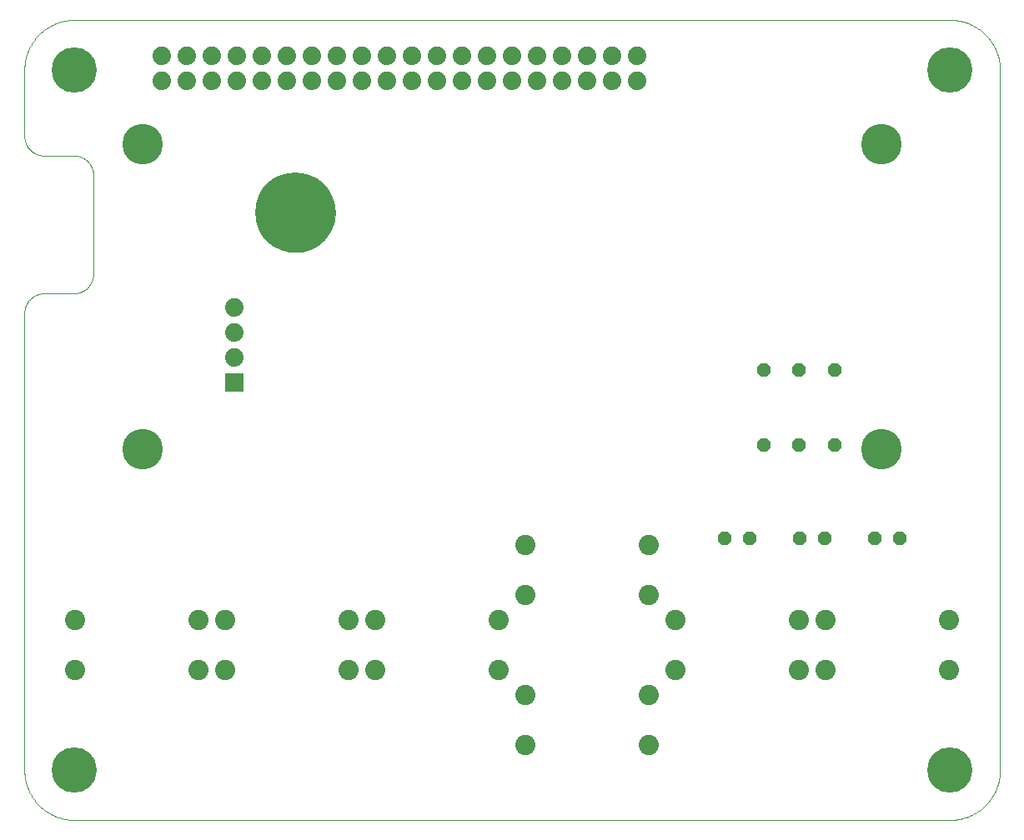
<source format=gts>
G75*
%MOIN*%
%OFA0B0*%
%FSLAX25Y25*%
%IPPOS*%
%LPD*%
%AMOC8*
5,1,8,0,0,1.08239X$1,22.5*
%
%ADD10C,0.00000*%
%ADD11C,0.16211*%
%ADD12C,0.31896*%
%ADD13C,0.08077*%
%ADD14C,0.18117*%
%ADD15OC8,0.05600*%
%ADD16R,0.07400X0.07400*%
%ADD17C,0.07400*%
D10*
X0063342Y0020985D02*
X0063342Y0204056D01*
X0063344Y0204246D01*
X0063351Y0204436D01*
X0063363Y0204626D01*
X0063379Y0204816D01*
X0063399Y0205005D01*
X0063425Y0205194D01*
X0063454Y0205382D01*
X0063489Y0205569D01*
X0063528Y0205755D01*
X0063571Y0205940D01*
X0063619Y0206125D01*
X0063671Y0206308D01*
X0063727Y0206489D01*
X0063788Y0206669D01*
X0063854Y0206848D01*
X0063923Y0207025D01*
X0063997Y0207201D01*
X0064075Y0207374D01*
X0064158Y0207546D01*
X0064244Y0207715D01*
X0064334Y0207883D01*
X0064429Y0208048D01*
X0064527Y0208211D01*
X0064630Y0208371D01*
X0064736Y0208529D01*
X0064846Y0208684D01*
X0064959Y0208837D01*
X0065077Y0208987D01*
X0065198Y0209133D01*
X0065322Y0209277D01*
X0065450Y0209418D01*
X0065581Y0209556D01*
X0065716Y0209691D01*
X0065854Y0209822D01*
X0065995Y0209950D01*
X0066139Y0210074D01*
X0066285Y0210195D01*
X0066435Y0210313D01*
X0066588Y0210426D01*
X0066743Y0210536D01*
X0066901Y0210642D01*
X0067061Y0210745D01*
X0067224Y0210843D01*
X0067389Y0210938D01*
X0067557Y0211028D01*
X0067726Y0211114D01*
X0067898Y0211197D01*
X0068071Y0211275D01*
X0068247Y0211349D01*
X0068424Y0211418D01*
X0068603Y0211484D01*
X0068783Y0211545D01*
X0068964Y0211601D01*
X0069147Y0211653D01*
X0069332Y0211701D01*
X0069517Y0211744D01*
X0069703Y0211783D01*
X0069890Y0211818D01*
X0070078Y0211847D01*
X0070267Y0211873D01*
X0070456Y0211893D01*
X0070646Y0211909D01*
X0070836Y0211921D01*
X0071026Y0211928D01*
X0071216Y0211930D01*
X0083027Y0211930D01*
X0083217Y0211932D01*
X0083407Y0211939D01*
X0083597Y0211951D01*
X0083787Y0211967D01*
X0083976Y0211987D01*
X0084165Y0212013D01*
X0084353Y0212042D01*
X0084540Y0212077D01*
X0084726Y0212116D01*
X0084911Y0212159D01*
X0085096Y0212207D01*
X0085279Y0212259D01*
X0085460Y0212315D01*
X0085640Y0212376D01*
X0085819Y0212442D01*
X0085996Y0212511D01*
X0086172Y0212585D01*
X0086345Y0212663D01*
X0086517Y0212746D01*
X0086686Y0212832D01*
X0086854Y0212922D01*
X0087019Y0213017D01*
X0087182Y0213115D01*
X0087342Y0213218D01*
X0087500Y0213324D01*
X0087655Y0213434D01*
X0087808Y0213547D01*
X0087958Y0213665D01*
X0088104Y0213786D01*
X0088248Y0213910D01*
X0088389Y0214038D01*
X0088527Y0214169D01*
X0088662Y0214304D01*
X0088793Y0214442D01*
X0088921Y0214583D01*
X0089045Y0214727D01*
X0089166Y0214873D01*
X0089284Y0215023D01*
X0089397Y0215176D01*
X0089507Y0215331D01*
X0089613Y0215489D01*
X0089716Y0215649D01*
X0089814Y0215812D01*
X0089909Y0215977D01*
X0089999Y0216145D01*
X0090085Y0216314D01*
X0090168Y0216486D01*
X0090246Y0216659D01*
X0090320Y0216835D01*
X0090389Y0217012D01*
X0090455Y0217191D01*
X0090516Y0217371D01*
X0090572Y0217552D01*
X0090624Y0217735D01*
X0090672Y0217920D01*
X0090715Y0218105D01*
X0090754Y0218291D01*
X0090789Y0218478D01*
X0090818Y0218666D01*
X0090844Y0218855D01*
X0090864Y0219044D01*
X0090880Y0219234D01*
X0090892Y0219424D01*
X0090899Y0219614D01*
X0090901Y0219804D01*
X0090901Y0259174D01*
X0090899Y0259364D01*
X0090892Y0259554D01*
X0090880Y0259744D01*
X0090864Y0259934D01*
X0090844Y0260123D01*
X0090818Y0260312D01*
X0090789Y0260500D01*
X0090754Y0260687D01*
X0090715Y0260873D01*
X0090672Y0261058D01*
X0090624Y0261243D01*
X0090572Y0261426D01*
X0090516Y0261607D01*
X0090455Y0261787D01*
X0090389Y0261966D01*
X0090320Y0262143D01*
X0090246Y0262319D01*
X0090168Y0262492D01*
X0090085Y0262664D01*
X0089999Y0262833D01*
X0089909Y0263001D01*
X0089814Y0263166D01*
X0089716Y0263329D01*
X0089613Y0263489D01*
X0089507Y0263647D01*
X0089397Y0263802D01*
X0089284Y0263955D01*
X0089166Y0264105D01*
X0089045Y0264251D01*
X0088921Y0264395D01*
X0088793Y0264536D01*
X0088662Y0264674D01*
X0088527Y0264809D01*
X0088389Y0264940D01*
X0088248Y0265068D01*
X0088104Y0265192D01*
X0087958Y0265313D01*
X0087808Y0265431D01*
X0087655Y0265544D01*
X0087500Y0265654D01*
X0087342Y0265760D01*
X0087182Y0265863D01*
X0087019Y0265961D01*
X0086854Y0266056D01*
X0086686Y0266146D01*
X0086517Y0266232D01*
X0086345Y0266315D01*
X0086172Y0266393D01*
X0085996Y0266467D01*
X0085819Y0266536D01*
X0085640Y0266602D01*
X0085460Y0266663D01*
X0085279Y0266719D01*
X0085096Y0266771D01*
X0084911Y0266819D01*
X0084726Y0266862D01*
X0084540Y0266901D01*
X0084353Y0266936D01*
X0084165Y0266965D01*
X0083976Y0266991D01*
X0083787Y0267011D01*
X0083597Y0267027D01*
X0083407Y0267039D01*
X0083217Y0267046D01*
X0083027Y0267048D01*
X0071216Y0267048D01*
X0071026Y0267050D01*
X0070836Y0267057D01*
X0070646Y0267069D01*
X0070456Y0267085D01*
X0070267Y0267105D01*
X0070078Y0267131D01*
X0069890Y0267160D01*
X0069703Y0267195D01*
X0069517Y0267234D01*
X0069332Y0267277D01*
X0069147Y0267325D01*
X0068964Y0267377D01*
X0068783Y0267433D01*
X0068603Y0267494D01*
X0068424Y0267560D01*
X0068247Y0267629D01*
X0068071Y0267703D01*
X0067898Y0267781D01*
X0067726Y0267864D01*
X0067557Y0267950D01*
X0067389Y0268040D01*
X0067224Y0268135D01*
X0067061Y0268233D01*
X0066901Y0268336D01*
X0066743Y0268442D01*
X0066588Y0268552D01*
X0066435Y0268665D01*
X0066285Y0268783D01*
X0066139Y0268904D01*
X0065995Y0269028D01*
X0065854Y0269156D01*
X0065716Y0269287D01*
X0065581Y0269422D01*
X0065450Y0269560D01*
X0065322Y0269701D01*
X0065198Y0269845D01*
X0065077Y0269991D01*
X0064959Y0270141D01*
X0064846Y0270294D01*
X0064736Y0270449D01*
X0064630Y0270607D01*
X0064527Y0270767D01*
X0064429Y0270930D01*
X0064334Y0271095D01*
X0064244Y0271263D01*
X0064158Y0271432D01*
X0064075Y0271604D01*
X0063997Y0271777D01*
X0063923Y0271953D01*
X0063854Y0272130D01*
X0063788Y0272309D01*
X0063727Y0272489D01*
X0063671Y0272670D01*
X0063619Y0272853D01*
X0063571Y0273038D01*
X0063528Y0273223D01*
X0063489Y0273409D01*
X0063454Y0273596D01*
X0063425Y0273784D01*
X0063399Y0273973D01*
X0063379Y0274162D01*
X0063363Y0274352D01*
X0063351Y0274542D01*
X0063344Y0274732D01*
X0063342Y0274922D01*
X0063342Y0301300D01*
X0063348Y0301783D01*
X0063365Y0302266D01*
X0063395Y0302749D01*
X0063435Y0303230D01*
X0063488Y0303711D01*
X0063552Y0304190D01*
X0063627Y0304667D01*
X0063715Y0305143D01*
X0063813Y0305616D01*
X0063923Y0306086D01*
X0064044Y0306554D01*
X0064177Y0307019D01*
X0064321Y0307480D01*
X0064476Y0307938D01*
X0064642Y0308392D01*
X0064819Y0308842D01*
X0065006Y0309287D01*
X0065205Y0309728D01*
X0065413Y0310164D01*
X0065633Y0310594D01*
X0065863Y0311020D01*
X0066103Y0311439D01*
X0066353Y0311853D01*
X0066613Y0312260D01*
X0066882Y0312661D01*
X0067162Y0313056D01*
X0067450Y0313443D01*
X0067749Y0313824D01*
X0068056Y0314197D01*
X0068372Y0314562D01*
X0068697Y0314920D01*
X0069030Y0315270D01*
X0069372Y0315612D01*
X0069722Y0315945D01*
X0070080Y0316270D01*
X0070445Y0316586D01*
X0070818Y0316893D01*
X0071199Y0317192D01*
X0071586Y0317480D01*
X0071981Y0317760D01*
X0072382Y0318029D01*
X0072789Y0318289D01*
X0073203Y0318539D01*
X0073622Y0318779D01*
X0074048Y0319009D01*
X0074478Y0319229D01*
X0074914Y0319437D01*
X0075355Y0319636D01*
X0075800Y0319823D01*
X0076250Y0320000D01*
X0076704Y0320166D01*
X0077162Y0320321D01*
X0077623Y0320465D01*
X0078088Y0320598D01*
X0078556Y0320719D01*
X0079026Y0320829D01*
X0079499Y0320927D01*
X0079975Y0321015D01*
X0080452Y0321090D01*
X0080931Y0321154D01*
X0081412Y0321207D01*
X0081893Y0321247D01*
X0082376Y0321277D01*
X0082859Y0321294D01*
X0083342Y0321300D01*
X0433342Y0321300D01*
X0433825Y0321294D01*
X0434308Y0321277D01*
X0434791Y0321247D01*
X0435272Y0321207D01*
X0435753Y0321154D01*
X0436232Y0321090D01*
X0436709Y0321015D01*
X0437185Y0320927D01*
X0437658Y0320829D01*
X0438128Y0320719D01*
X0438596Y0320598D01*
X0439061Y0320465D01*
X0439522Y0320321D01*
X0439980Y0320166D01*
X0440434Y0320000D01*
X0440884Y0319823D01*
X0441329Y0319636D01*
X0441770Y0319437D01*
X0442206Y0319229D01*
X0442636Y0319009D01*
X0443062Y0318779D01*
X0443481Y0318539D01*
X0443895Y0318289D01*
X0444302Y0318029D01*
X0444703Y0317760D01*
X0445098Y0317480D01*
X0445485Y0317192D01*
X0445866Y0316893D01*
X0446239Y0316586D01*
X0446604Y0316270D01*
X0446962Y0315945D01*
X0447312Y0315612D01*
X0447654Y0315270D01*
X0447987Y0314920D01*
X0448312Y0314562D01*
X0448628Y0314197D01*
X0448935Y0313824D01*
X0449234Y0313443D01*
X0449522Y0313056D01*
X0449802Y0312661D01*
X0450071Y0312260D01*
X0450331Y0311853D01*
X0450581Y0311439D01*
X0450821Y0311020D01*
X0451051Y0310594D01*
X0451271Y0310164D01*
X0451479Y0309728D01*
X0451678Y0309287D01*
X0451865Y0308842D01*
X0452042Y0308392D01*
X0452208Y0307938D01*
X0452363Y0307480D01*
X0452507Y0307019D01*
X0452640Y0306554D01*
X0452761Y0306086D01*
X0452871Y0305616D01*
X0452969Y0305143D01*
X0453057Y0304667D01*
X0453132Y0304190D01*
X0453196Y0303711D01*
X0453249Y0303230D01*
X0453289Y0302749D01*
X0453319Y0302266D01*
X0453336Y0301783D01*
X0453342Y0301300D01*
X0453342Y0021300D01*
X0453336Y0020817D01*
X0453319Y0020334D01*
X0453289Y0019851D01*
X0453249Y0019370D01*
X0453196Y0018889D01*
X0453132Y0018410D01*
X0453057Y0017933D01*
X0452969Y0017457D01*
X0452871Y0016984D01*
X0452761Y0016514D01*
X0452640Y0016046D01*
X0452507Y0015581D01*
X0452363Y0015120D01*
X0452208Y0014662D01*
X0452042Y0014208D01*
X0451865Y0013758D01*
X0451678Y0013313D01*
X0451479Y0012872D01*
X0451271Y0012436D01*
X0451051Y0012006D01*
X0450821Y0011580D01*
X0450581Y0011161D01*
X0450331Y0010747D01*
X0450071Y0010340D01*
X0449802Y0009939D01*
X0449522Y0009544D01*
X0449234Y0009157D01*
X0448935Y0008776D01*
X0448628Y0008403D01*
X0448312Y0008038D01*
X0447987Y0007680D01*
X0447654Y0007330D01*
X0447312Y0006988D01*
X0446962Y0006655D01*
X0446604Y0006330D01*
X0446239Y0006014D01*
X0445866Y0005707D01*
X0445485Y0005408D01*
X0445098Y0005120D01*
X0444703Y0004840D01*
X0444302Y0004571D01*
X0443895Y0004311D01*
X0443481Y0004061D01*
X0443062Y0003821D01*
X0442636Y0003591D01*
X0442206Y0003371D01*
X0441770Y0003163D01*
X0441329Y0002964D01*
X0440884Y0002777D01*
X0440434Y0002600D01*
X0439980Y0002434D01*
X0439522Y0002279D01*
X0439061Y0002135D01*
X0438596Y0002002D01*
X0438128Y0001881D01*
X0437658Y0001771D01*
X0437185Y0001673D01*
X0436709Y0001585D01*
X0436232Y0001510D01*
X0435753Y0001446D01*
X0435272Y0001393D01*
X0434791Y0001353D01*
X0434308Y0001323D01*
X0433825Y0001306D01*
X0433342Y0001300D01*
X0083342Y0001300D01*
X0082859Y0001306D01*
X0082376Y0001323D01*
X0081893Y0001353D01*
X0081412Y0001393D01*
X0080931Y0001446D01*
X0080452Y0001510D01*
X0079975Y0001585D01*
X0079499Y0001673D01*
X0079026Y0001771D01*
X0078556Y0001881D01*
X0078088Y0002002D01*
X0077623Y0002135D01*
X0077162Y0002279D01*
X0076704Y0002434D01*
X0076250Y0002600D01*
X0075800Y0002777D01*
X0075355Y0002964D01*
X0074914Y0003163D01*
X0074478Y0003371D01*
X0074048Y0003591D01*
X0073622Y0003821D01*
X0073203Y0004061D01*
X0072789Y0004311D01*
X0072382Y0004571D01*
X0071981Y0004840D01*
X0071586Y0005120D01*
X0071199Y0005408D01*
X0070818Y0005707D01*
X0070445Y0006014D01*
X0070080Y0006330D01*
X0069722Y0006655D01*
X0069372Y0006988D01*
X0069030Y0007330D01*
X0068697Y0007680D01*
X0068372Y0008038D01*
X0068056Y0008403D01*
X0067749Y0008776D01*
X0067450Y0009157D01*
X0067162Y0009544D01*
X0066882Y0009939D01*
X0066613Y0010340D01*
X0066353Y0010747D01*
X0066103Y0011161D01*
X0065863Y0011580D01*
X0065633Y0012006D01*
X0065413Y0012436D01*
X0065205Y0012872D01*
X0065006Y0013313D01*
X0064819Y0013758D01*
X0064642Y0014208D01*
X0064476Y0014662D01*
X0064321Y0015120D01*
X0064177Y0015581D01*
X0064044Y0016046D01*
X0063923Y0016514D01*
X0063813Y0016984D01*
X0063715Y0017457D01*
X0063627Y0017933D01*
X0063552Y0018410D01*
X0063488Y0018889D01*
X0063435Y0019370D01*
X0063395Y0019851D01*
X0063365Y0020334D01*
X0063348Y0020817D01*
X0063342Y0021300D01*
X0155980Y0244233D02*
X0155985Y0244619D01*
X0155999Y0245006D01*
X0156023Y0245391D01*
X0156056Y0245777D01*
X0156098Y0246161D01*
X0156150Y0246544D01*
X0156212Y0246925D01*
X0156283Y0247305D01*
X0156363Y0247683D01*
X0156452Y0248059D01*
X0156550Y0248433D01*
X0156658Y0248804D01*
X0156775Y0249173D01*
X0156901Y0249538D01*
X0157035Y0249901D01*
X0157179Y0250259D01*
X0157331Y0250615D01*
X0157492Y0250966D01*
X0157662Y0251313D01*
X0157840Y0251657D01*
X0158026Y0251995D01*
X0158220Y0252329D01*
X0158423Y0252658D01*
X0158634Y0252982D01*
X0158853Y0253301D01*
X0159079Y0253614D01*
X0159313Y0253922D01*
X0159555Y0254223D01*
X0159803Y0254519D01*
X0160060Y0254809D01*
X0160323Y0255092D01*
X0160592Y0255369D01*
X0160869Y0255638D01*
X0161152Y0255901D01*
X0161442Y0256158D01*
X0161738Y0256406D01*
X0162039Y0256648D01*
X0162347Y0256882D01*
X0162660Y0257108D01*
X0162979Y0257327D01*
X0163303Y0257538D01*
X0163632Y0257741D01*
X0163966Y0257935D01*
X0164304Y0258121D01*
X0164648Y0258299D01*
X0164995Y0258469D01*
X0165346Y0258630D01*
X0165702Y0258782D01*
X0166060Y0258926D01*
X0166423Y0259060D01*
X0166788Y0259186D01*
X0167157Y0259303D01*
X0167528Y0259411D01*
X0167902Y0259509D01*
X0168278Y0259598D01*
X0168656Y0259678D01*
X0169036Y0259749D01*
X0169417Y0259811D01*
X0169800Y0259863D01*
X0170184Y0259905D01*
X0170570Y0259938D01*
X0170955Y0259962D01*
X0171342Y0259976D01*
X0171728Y0259981D01*
X0172114Y0259976D01*
X0172501Y0259962D01*
X0172886Y0259938D01*
X0173272Y0259905D01*
X0173656Y0259863D01*
X0174039Y0259811D01*
X0174420Y0259749D01*
X0174800Y0259678D01*
X0175178Y0259598D01*
X0175554Y0259509D01*
X0175928Y0259411D01*
X0176299Y0259303D01*
X0176668Y0259186D01*
X0177033Y0259060D01*
X0177396Y0258926D01*
X0177754Y0258782D01*
X0178110Y0258630D01*
X0178461Y0258469D01*
X0178808Y0258299D01*
X0179152Y0258121D01*
X0179490Y0257935D01*
X0179824Y0257741D01*
X0180153Y0257538D01*
X0180477Y0257327D01*
X0180796Y0257108D01*
X0181109Y0256882D01*
X0181417Y0256648D01*
X0181718Y0256406D01*
X0182014Y0256158D01*
X0182304Y0255901D01*
X0182587Y0255638D01*
X0182864Y0255369D01*
X0183133Y0255092D01*
X0183396Y0254809D01*
X0183653Y0254519D01*
X0183901Y0254223D01*
X0184143Y0253922D01*
X0184377Y0253614D01*
X0184603Y0253301D01*
X0184822Y0252982D01*
X0185033Y0252658D01*
X0185236Y0252329D01*
X0185430Y0251995D01*
X0185616Y0251657D01*
X0185794Y0251313D01*
X0185964Y0250966D01*
X0186125Y0250615D01*
X0186277Y0250259D01*
X0186421Y0249901D01*
X0186555Y0249538D01*
X0186681Y0249173D01*
X0186798Y0248804D01*
X0186906Y0248433D01*
X0187004Y0248059D01*
X0187093Y0247683D01*
X0187173Y0247305D01*
X0187244Y0246925D01*
X0187306Y0246544D01*
X0187358Y0246161D01*
X0187400Y0245777D01*
X0187433Y0245391D01*
X0187457Y0245006D01*
X0187471Y0244619D01*
X0187476Y0244233D01*
X0187471Y0243847D01*
X0187457Y0243460D01*
X0187433Y0243075D01*
X0187400Y0242689D01*
X0187358Y0242305D01*
X0187306Y0241922D01*
X0187244Y0241541D01*
X0187173Y0241161D01*
X0187093Y0240783D01*
X0187004Y0240407D01*
X0186906Y0240033D01*
X0186798Y0239662D01*
X0186681Y0239293D01*
X0186555Y0238928D01*
X0186421Y0238565D01*
X0186277Y0238207D01*
X0186125Y0237851D01*
X0185964Y0237500D01*
X0185794Y0237153D01*
X0185616Y0236809D01*
X0185430Y0236471D01*
X0185236Y0236137D01*
X0185033Y0235808D01*
X0184822Y0235484D01*
X0184603Y0235165D01*
X0184377Y0234852D01*
X0184143Y0234544D01*
X0183901Y0234243D01*
X0183653Y0233947D01*
X0183396Y0233657D01*
X0183133Y0233374D01*
X0182864Y0233097D01*
X0182587Y0232828D01*
X0182304Y0232565D01*
X0182014Y0232308D01*
X0181718Y0232060D01*
X0181417Y0231818D01*
X0181109Y0231584D01*
X0180796Y0231358D01*
X0180477Y0231139D01*
X0180153Y0230928D01*
X0179824Y0230725D01*
X0179490Y0230531D01*
X0179152Y0230345D01*
X0178808Y0230167D01*
X0178461Y0229997D01*
X0178110Y0229836D01*
X0177754Y0229684D01*
X0177396Y0229540D01*
X0177033Y0229406D01*
X0176668Y0229280D01*
X0176299Y0229163D01*
X0175928Y0229055D01*
X0175554Y0228957D01*
X0175178Y0228868D01*
X0174800Y0228788D01*
X0174420Y0228717D01*
X0174039Y0228655D01*
X0173656Y0228603D01*
X0173272Y0228561D01*
X0172886Y0228528D01*
X0172501Y0228504D01*
X0172114Y0228490D01*
X0171728Y0228485D01*
X0171342Y0228490D01*
X0170955Y0228504D01*
X0170570Y0228528D01*
X0170184Y0228561D01*
X0169800Y0228603D01*
X0169417Y0228655D01*
X0169036Y0228717D01*
X0168656Y0228788D01*
X0168278Y0228868D01*
X0167902Y0228957D01*
X0167528Y0229055D01*
X0167157Y0229163D01*
X0166788Y0229280D01*
X0166423Y0229406D01*
X0166060Y0229540D01*
X0165702Y0229684D01*
X0165346Y0229836D01*
X0164995Y0229997D01*
X0164648Y0230167D01*
X0164304Y0230345D01*
X0163966Y0230531D01*
X0163632Y0230725D01*
X0163303Y0230928D01*
X0162979Y0231139D01*
X0162660Y0231358D01*
X0162347Y0231584D01*
X0162039Y0231818D01*
X0161738Y0232060D01*
X0161442Y0232308D01*
X0161152Y0232565D01*
X0160869Y0232828D01*
X0160592Y0233097D01*
X0160323Y0233374D01*
X0160060Y0233657D01*
X0159803Y0233947D01*
X0159555Y0234243D01*
X0159313Y0234544D01*
X0159079Y0234852D01*
X0158853Y0235165D01*
X0158634Y0235484D01*
X0158423Y0235808D01*
X0158220Y0236137D01*
X0158026Y0236471D01*
X0157840Y0236809D01*
X0157662Y0237153D01*
X0157492Y0237500D01*
X0157331Y0237851D01*
X0157179Y0238207D01*
X0157035Y0238565D01*
X0156901Y0238928D01*
X0156775Y0239293D01*
X0156658Y0239662D01*
X0156550Y0240033D01*
X0156452Y0240407D01*
X0156363Y0240783D01*
X0156283Y0241161D01*
X0156212Y0241541D01*
X0156150Y0241922D01*
X0156098Y0242305D01*
X0156056Y0242689D01*
X0156023Y0243075D01*
X0155999Y0243460D01*
X0155985Y0243847D01*
X0155980Y0244233D01*
D11*
X0110704Y0271792D03*
X0110704Y0149745D03*
X0405980Y0149745D03*
X0405980Y0271792D03*
D12*
X0171728Y0244233D03*
D13*
X0263736Y0111143D03*
X0263736Y0091457D03*
X0252948Y0081143D03*
X0252948Y0061457D03*
X0263736Y0051143D03*
X0263736Y0031457D03*
X0312948Y0031457D03*
X0312948Y0051143D03*
X0323736Y0061457D03*
X0323736Y0081143D03*
X0312948Y0091457D03*
X0312948Y0111143D03*
X0372948Y0081143D03*
X0383736Y0081143D03*
X0383736Y0061457D03*
X0372948Y0061457D03*
X0432948Y0061457D03*
X0432948Y0081143D03*
X0203736Y0081143D03*
X0192948Y0081143D03*
X0192948Y0061457D03*
X0203736Y0061457D03*
X0143736Y0061457D03*
X0132948Y0061457D03*
X0132948Y0081143D03*
X0143736Y0081143D03*
X0083736Y0081143D03*
X0083736Y0061457D03*
D14*
X0083342Y0021300D03*
X0433342Y0021300D03*
X0433342Y0301300D03*
X0083342Y0301300D03*
D15*
X0343342Y0113800D03*
X0353342Y0113800D03*
X0373342Y0113800D03*
X0383342Y0113800D03*
X0403342Y0113800D03*
X0413342Y0113800D03*
X0387161Y0151143D03*
X0373066Y0151143D03*
X0358972Y0151143D03*
X0358972Y0181143D03*
X0373066Y0181143D03*
X0387161Y0181143D03*
D16*
X0147121Y0176182D03*
D17*
X0147121Y0186182D03*
X0147121Y0196182D03*
X0147121Y0206182D03*
X0148224Y0297087D03*
X0138224Y0297087D03*
X0128224Y0297087D03*
X0118224Y0297087D03*
X0118224Y0307087D03*
X0128224Y0307087D03*
X0138224Y0307087D03*
X0148224Y0307087D03*
X0158224Y0307087D03*
X0168224Y0307087D03*
X0178224Y0307087D03*
X0188224Y0307087D03*
X0198224Y0307087D03*
X0208224Y0307087D03*
X0218224Y0307087D03*
X0218224Y0297087D03*
X0208224Y0297087D03*
X0198224Y0297087D03*
X0188224Y0297087D03*
X0178224Y0297087D03*
X0168224Y0297087D03*
X0158224Y0297087D03*
X0228224Y0297087D03*
X0238224Y0297087D03*
X0248224Y0297087D03*
X0258224Y0297087D03*
X0268224Y0297087D03*
X0278224Y0297087D03*
X0288224Y0297087D03*
X0298224Y0297087D03*
X0308224Y0297087D03*
X0308224Y0307087D03*
X0298224Y0307087D03*
X0288224Y0307087D03*
X0278224Y0307087D03*
X0268224Y0307087D03*
X0258224Y0307087D03*
X0248224Y0307087D03*
X0238224Y0307087D03*
X0228224Y0307087D03*
M02*

</source>
